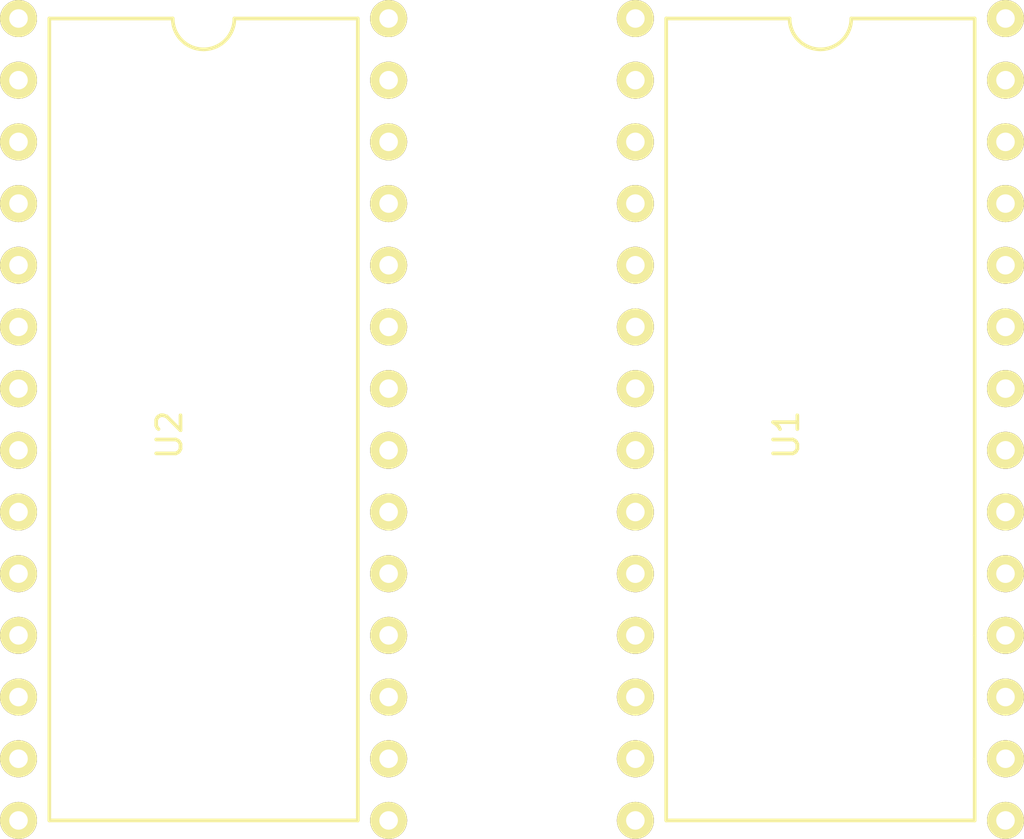
<source format=kicad_pcb>
(kicad_pcb (version 20211014) (generator pcbnew)
  (layers (0 "F.Cu" signal) (31 "B.Cu" signal) (34 "B.Paste" user) (35 "F.Paste" user) (36 "B.SilkS" user "B.Silkscreen") (37 "F.SilkS" user "F.Silkscreen") (38 "B.Mask" user) (39 "F.Mask" user) (44 "Edge.Cuts" user))
  (net 0 "")
  (net 19 "Net-(U1-Pad11)")
  (net 38 "Net-(U1-Pad12)")
  (net 39 "Net-(U1-Pad13)")
  (net 40 "Net-(U1-Pad15)")
  (net 41 "Net-(U1-Pad16)")
  (net 42 "Net-(U1-Pad17)")
  (net 43 "Net-(U1-Pad18)")
  (net 44 "Net-(U1-Pad19)")
  (footprint "kicad-fp-sockets-master:zif-28-pin-wide" (layer "F.Cu") (at 116.84 83.82)
    (fp_text reference "U2" (at -1.405 0.635 270) (layer "F.SilkS"))
    (fp_text value "AT28C64B-15PU")
    (fp_line (start -6.35 1.27) (end -6.35 16.51) (layer "F.SilkS") (width 0.15))
    (fp_line (start -6.35 16.51) (end 6.35 16.51) (layer "F.SilkS") (width 0.15))
    (fp_line (start 6.35 8.89) (end 6.35 -16.51) (layer "F.SilkS") (width 0.15))
    (fp_line (start 1.27 -16.51) (end 6.35 -16.51) (layer "F.SilkS") (width 0.15))
    (fp_line (start -6.35 -16.51) (end -6.35 1.27) (layer "F.SilkS") (width 0.15))
    (fp_line (start -6.35 -16.51) (end -1.27 -16.51) (layer "F.SilkS") (width 0.15))
    (fp_line (start 6.35 13.97) (end 6.35 16.51) (layer "F.SilkS") (width 0.15))
    (fp_line (start 6.35 8.89) (end 6.35 13.97) (layer "F.SilkS") (width 0.15))
    (fp_arc (start 0 -15.24) (mid -0.898026 -15.611974) (end -1.27 -16.51) (layer "F.SilkS") (width 0.15))
    (fp_arc (start 1.27 -16.51) (mid 0.898026 -15.611974) (end 0 -15.24) (layer "F.SilkS") (width 0.15))
    (pad "1" thru_hole circle locked (at -7.62 -16.51) (size 1.524 1.524) (drill 0.762) (layers *.Cu *.Mask "F.SilkS"))
    (pad "2" thru_hole circle locked (at -7.62 -13.97) (size 1.524 1.524) (drill 0.762) (layers *.Cu *.Mask "F.SilkS"))
    (pad "3" thru_hole circle locked (at -7.62 -11.43) (size 1.524 1.524) (drill 0.762) (layers *.Cu *.Mask "F.SilkS"))
    (pad "4" thru_hole circle locked (at -7.62 -8.89) (size 1.524 1.524) (drill 0.762) (layers *.Cu *.Mask "F.SilkS"))
    (pad "5" thru_hole circle locked (at -7.62 -6.35) (size 1.524 1.524) (drill 0.762) (layers *.Cu *.Mask "F.SilkS"))
    (pad "6" thru_hole circle locked (at -7.62 -3.81) (size 1.524 1.524) (drill 0.762) (layers *.Cu *.Mask "F.SilkS"))
    (pad "7" thru_hole circle locked (at -7.62 -1.27) (size 1.524 1.524) (drill 0.762) (layers *.Cu *.Mask "F.SilkS"))
    (pad "8" thru_hole circle locked (at -7.62 1.27) (size 1.524 1.524) (drill 0.762) (layers *.Cu *.Mask "F.SilkS"))
    (pad "9" thru_hole circle locked (at -7.62 3.81) (size 1.524 1.524) (drill 0.762) (layers *.Cu *.Mask "F.SilkS"))
    (pad "10" thru_hole circle locked (at -7.62 6.35) (size 1.524 1.524) (drill 0.762) (layers *.Cu *.Mask "F.SilkS"))
    (pad "11" thru_hole circle locked (at -7.62 8.89) (size 1.524 1.524) (drill 0.762) (layers *.Cu *.Mask "F.SilkS") (net 19 "Net-(U1-Pad11)"))
    (pad "12" thru_hole circle locked (at -7.62 11.43) (size 1.524 1.524) (drill 0.762) (layers *.Cu *.Mask "F.SilkS") (net 38 "Net-(U1-Pad12)"))
    (pad "13" thru_hole circle locked (at -7.62 13.97) (size 1.524 1.524) (drill 0.762) (layers *.Cu *.Mask "F.SilkS") (net 39 "Net-(U1-Pad13)"))
    (pad "14" thru_hole circle locked (at -7.62 16.51 180) (size 1.524 1.524) (drill 0.762) (layers *.Cu *.Mask "F.SilkS"))
    (pad "15" thru_hole circle locked (at 7.62 16.51 180) (size 1.524 1.524) (drill 0.762) (layers *.Cu *.Mask "F.SilkS") (net 40 "Net-(U1-Pad15)"))
    (pad "16" thru_hole circle locked (at 7.62 13.97 180) (size 1.524 1.524) (drill 0.762) (layers *.Cu *.Mask "F.SilkS") (net 41 "Net-(U1-Pad16)"))
    (pad "17" thru_hole circle locked (at 7.62 11.43 180) (size 1.524 1.524) (drill 0.762) (layers *.Cu *.Mask "F.SilkS") (net 42 "Net-(U1-Pad17)"))
    (pad "18" thru_hole circle locked (at 7.62 8.89 180) (size 1.524 1.524) (drill 0.762) (layers *.Cu *.Mask "F.SilkS") (net 43 "Net-(U1-Pad18)"))
    (pad "19" thru_hole circle locked (at 7.62 6.35 180) (size 1.524 1.524) (drill 0.762) (layers *.Cu *.Mask "F.SilkS") (net 44 "Net-(U1-Pad19)"))
    (pad "20" thru_hole circle locked (at 7.62 3.81 180) (size 1.524 1.524) (drill 0.762) (layers *.Cu *.Mask "F.SilkS"))
    (pad "21" thru_hole circle locked (at 7.62 1.27) (size 1.524 1.524) (drill 0.762) (layers *.Cu *.Mask "F.SilkS"))
    (pad "22" thru_hole circle locked (at 7.62 -1.27) (size 1.524 1.524) (drill 0.762) (layers *.Cu *.Mask "F.SilkS"))
    (pad "23" thru_hole circle locked (at 7.62 -3.81) (size 1.524 1.524) (drill 0.762) (layers *.Cu *.Mask "F.SilkS"))
    (pad "24" thru_hole circle locked (at 7.62 -6.35) (size 1.524 1.524) (drill 0.762) (layers *.Cu *.Mask "F.SilkS"))
    (pad "25" thru_hole circle locked (at 7.62 -8.89) (size 1.524 1.524) (drill 0.762) (layers *.Cu *.Mask "F.SilkS"))
    (pad "26" thru_hole circle locked (at 7.62 -11.43) (size 1.524 1.524) (drill 0.762) (layers *.Cu *.Mask "F.SilkS"))
    (pad "27" thru_hole circle locked (at 7.62 -13.97) (size 1.524 1.524) (drill 0.762) (layers *.Cu *.Mask "F.SilkS"))
    (pad "28" thru_hole circle locked (at 7.62 -16.51) (size 1.524 1.524) (drill 0.762) (layers *.Cu *.Mask "F.SilkS"))
  )
  (footprint "kicad-fp-sockets-master:zif-28-pin-wide" (layer "F.Cu") (at 142.24 83.82)
    (fp_text reference "U1" (at -1.405 0.635 270) (layer "F.SilkS"))
    (fp_text value "AT28C64B-15PU")
    (fp_line (start -6.35 -16.51) (end -6.35 1.27) (layer "F.SilkS") (width 0.15))
    (fp_line (start 6.35 8.89) (end 6.35 13.97) (layer "F.SilkS") (width 0.15))
    (fp_line (start -6.35 -16.51) (end -1.27 -16.51) (layer "F.SilkS") (width 0.15))
    (fp_line (start 6.35 8.89) (end 6.35 -16.51) (layer "F.SilkS") (width 0.15))
    (fp_line (start -6.35 1.27) (end -6.35 16.51) (layer "F.SilkS") (width 0.15))
    (fp_line (start -6.35 16.51) (end 6.35 16.51) (layer "F.SilkS") (width 0.15))
    (fp_line (start 1.27 -16.51) (end 6.35 -16.51) (layer "F.SilkS") (width 0.15))
    (fp_line (start 6.35 13.97) (end 6.35 16.51) (layer "F.SilkS") (width 0.15))
    (fp_arc (start 1.27 -16.51) (mid 0.898026 -15.611974) (end 0 -15.24) (layer "F.SilkS") (width 0.15))
    (fp_arc (start 0 -15.24) (mid -0.898026 -15.611974) (end -1.27 -16.51) (layer "F.SilkS") (width 0.15))
    (pad "1" thru_hole circle locked (at -7.62 -16.51) (size 1.524 1.524) (drill 0.762) (layers *.Cu *.Mask "F.SilkS"))
    (pad "2" thru_hole circle locked (at -7.62 -13.97) (size 1.524 1.524) (drill 0.762) (layers *.Cu *.Mask "F.SilkS"))
    (pad "3" thru_hole circle locked (at -7.62 -11.43) (size 1.524 1.524) (drill 0.762) (layers *.Cu *.Mask "F.SilkS"))
    (pad "4" thru_hole circle locked (at -7.62 -8.89) (size 1.524 1.524) (drill 0.762) (layers *.Cu *.Mask "F.SilkS"))
    (pad "5" thru_hole circle locked (at -7.62 -6.35) (size 1.524 1.524) (drill 0.762) (layers *.Cu *.Mask "F.SilkS"))
    (pad "6" thru_hole circle locked (at -7.62 -3.81) (size 1.524 1.524) (drill 0.762) (layers *.Cu *.Mask "F.SilkS"))
    (pad "7" thru_hole circle locked (at -7.62 -1.27) (size 1.524 1.524) (drill 0.762) (layers *.Cu *.Mask "F.SilkS"))
    (pad "8" thru_hole circle locked (at -7.62 1.27) (size 1.524 1.524) (drill 0.762) (layers *.Cu *.Mask "F.SilkS"))
    (pad "9" thru_hole circle locked (at -7.62 3.81) (size 1.524 1.524) (drill 0.762) (layers *.Cu *.Mask "F.SilkS"))
    (pad "10" thru_hole circle locked (at -7.62 6.35) (size 1.524 1.524) (drill 0.762) (layers *.Cu *.Mask "F.SilkS"))
    (pad "11" thru_hole circle locked (at -7.62 8.89) (size 1.524 1.524) (drill 0.762) (layers *.Cu *.Mask "F.SilkS") (net 19 "Net-(U1-Pad11)"))
    (pad "12" thru_hole circle locked (at -7.62 11.43) (size 1.524 1.524) (drill 0.762) (layers *.Cu *.Mask "F.SilkS") (net 38 "Net-(U1-Pad12)"))
    (pad "13" thru_hole circle locked (at -7.62 13.97) (size 1.524 1.524) (drill 0.762) (layers *.Cu *.Mask "F.SilkS") (net 39 "Net-(U1-Pad13)"))
    (pad "14" thru_hole circle locked (at -7.62 16.51 180) (size 1.524 1.524) (drill 0.762) (layers *.Cu *.Mask "F.SilkS"))
    (pad "15" thru_hole circle locked (at 7.62 16.51 180) (size 1.524 1.524) (drill 0.762) (layers *.Cu *.Mask "F.SilkS") (net 40 "Net-(U1-Pad15)"))
    (pad "16" thru_hole circle locked (at 7.62 13.97 180) (size 1.524 1.524) (drill 0.762) (layers *.Cu *.Mask "F.SilkS") (net 41 "Net-(U1-Pad16)"))
    (pad "17" thru_hole circle locked (at 7.62 11.43 180) (size 1.524 1.524) (drill 0.762) (layers *.Cu *.Mask "F.SilkS") (net 42 "Net-(U1-Pad17)"))
    (pad "18" thru_hole circle locked (at 7.62 8.89 180) (size 1.524 1.524) (drill 0.762) (layers *.Cu *.Mask "F.SilkS") (net 43 "Net-(U1-Pad18)"))
    (pad "19" thru_hole circle locked (at 7.62 6.35 180) (size 1.524 1.524) (drill 0.762) (layers *.Cu *.Mask "F.SilkS") (net 44 "Net-(U1-Pad19)"))
    (pad "20" thru_hole circle locked (at 7.62 3.81 180) (size 1.524 1.524) (drill 0.762) (layers *.Cu *.Mask "F.SilkS"))
    (pad "21" thru_hole circle locked (at 7.62 1.27) (size 1.524 1.524) (drill 0.762) (layers *.Cu *.Mask "F.SilkS"))
    (pad "22" thru_hole circle locked (at 7.62 -1.27) (size 1.524 1.524) (drill 0.762) (layers *.Cu *.Mask "F.SilkS"))
    (pad "23" thru_hole circle locked (at 7.62 -3.81) (size 1.524 1.524) (drill 0.762) (layers *.Cu *.Mask "F.SilkS"))
    (pad "24" thru_hole circle locked (at 7.62 -6.35) (size 1.524 1.524) (drill 0.762) (layers *.Cu *.Mask "F.SilkS"))
    (pad "25" thru_hole circle locked (at 7.62 -8.89) (size 1.524 1.524) (drill 0.762) (layers *.Cu *.Mask "F.SilkS"))
    (pad "26" thru_hole circle locked (at 7.62 -11.43) (size 1.524 1.524) (drill 0.762) (layers *.Cu *.Mask "F.SilkS"))
    (pad "27" thru_hole circle locked (at 7.62 -13.97) (size 1.524 1.524) (drill 0.762) (layers *.Cu *.Mask "F.SilkS"))
    (pad "28" thru_hole circle locked (at 7.62 -16.51) (size 1.524 1.524) (drill 0.762) (layers *.Cu *.Mask "F.SilkS"))
  )
)
</source>
